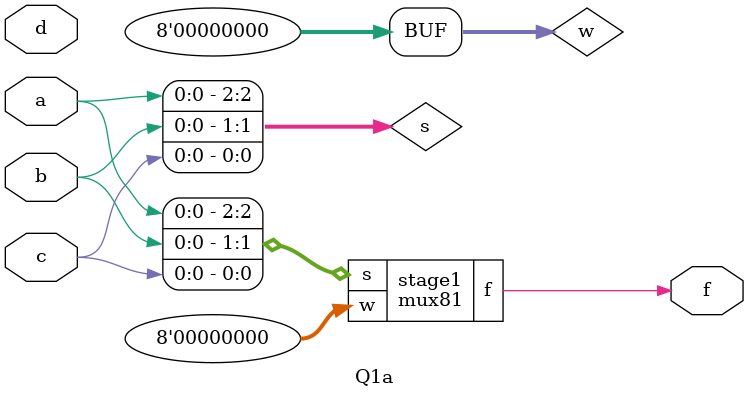
<source format=v>
module mux81(w,s,f);
input [7:0] w;
input [2:0] s;
output reg f;

always @(w or s)
begin
	case(s)
		0: f = w[0];
		1: f = w[1];
		2: f = w[2];
		3: f = w[3];
		4: f = w[4];
		5: f = w[5];
		6: f = w[6];
		7: f = w[7];
	endcase
end
endmodule

module Q1a(a,b,c,d,f);
input a,b,c,d;
output f;
wire [7:0] w;
wire [2:0] s;

assign w = {~d,1,0,1,1,1,0,0};
assign s = {a,b,c};

mux81 stage1(w,s,f);
endmodule
</source>
